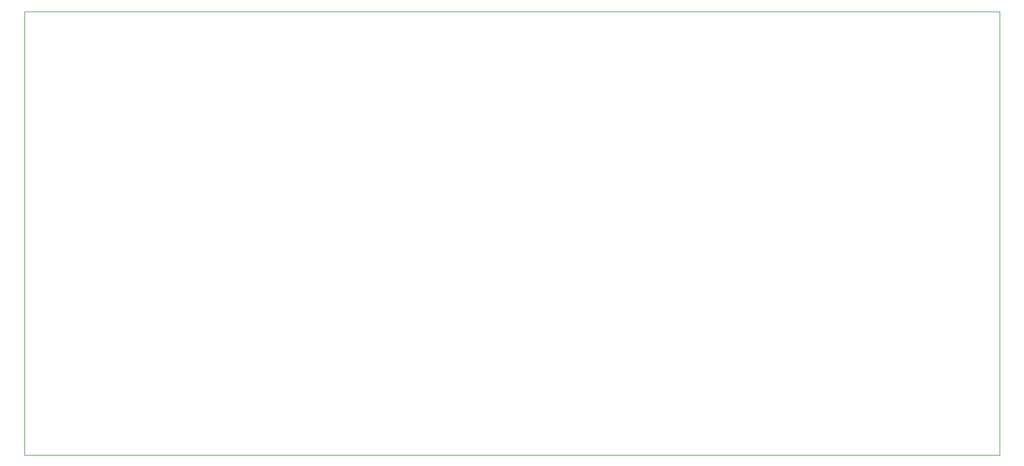
<source format=gbr>
G04 #@! TF.GenerationSoftware,KiCad,Pcbnew,(5.1.5-0-10_14)*
G04 #@! TF.CreationDate,2020-09-21T09:07:14+02:00*
G04 #@! TF.ProjectId,8xrj45,3878726a-3435-42e6-9b69-6361645f7063,rev?*
G04 #@! TF.SameCoordinates,PX621abf0PY26c1e00*
G04 #@! TF.FileFunction,Profile,NP*
%FSLAX46Y46*%
G04 Gerber Fmt 4.6, Leading zero omitted, Abs format (unit mm)*
G04 Created by KiCad (PCBNEW (5.1.5-0-10_14)) date 2020-09-21 09:07:14*
%MOMM*%
%LPD*%
G04 APERTURE LIST*
%ADD10C,0.050000*%
G04 APERTURE END LIST*
D10*
X0Y0D02*
X2540000Y0D01*
X0Y-64770000D02*
X0Y0D01*
X2540000Y-64770000D02*
X0Y-64770000D01*
X142240000Y-64770000D02*
X2540000Y-64770000D01*
X142240000Y0D02*
X142240000Y-64770000D01*
X2540000Y0D02*
X142240000Y0D01*
M02*

</source>
